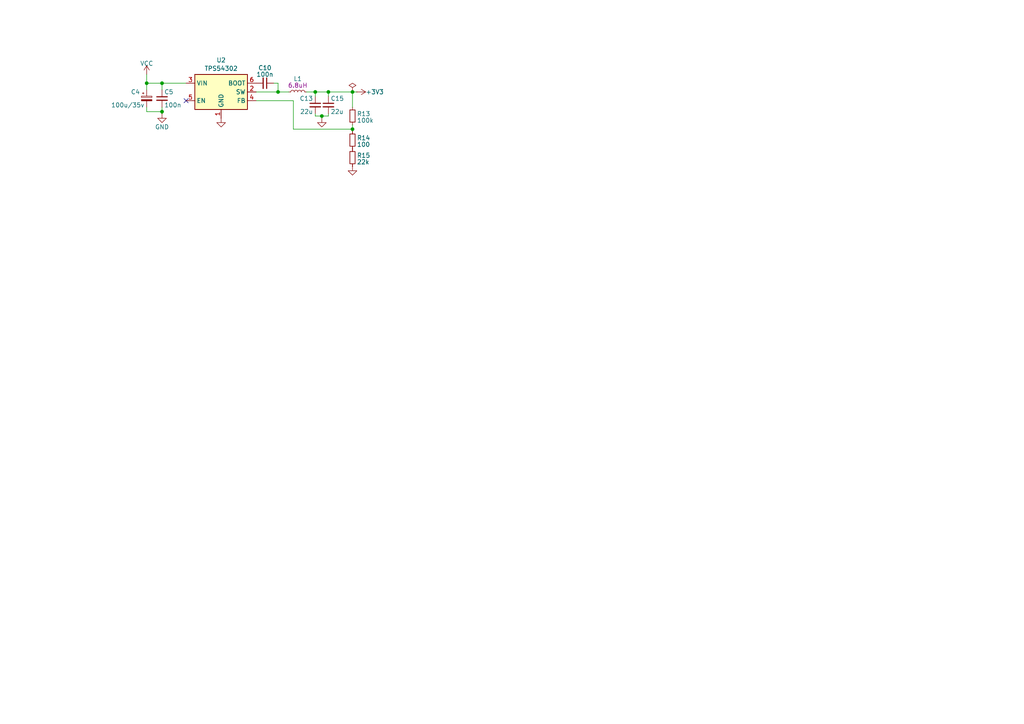
<source format=kicad_sch>
(kicad_sch (version 20250114) (generator "eeschema") (generator_version "9.0")
  (paper "A4")
  (lib_symbols
    (symbol "Device:C_Polarized_Small" (pin_numbers (hide yes)) (pin_names (offset 0.254) (hide yes))
      (property "Reference" "C" (at 0.254 1.778 0))
      (property "Value" "C_Polarized_Small" (at 0.254 -2.032 0))
      (symbol "C_Polarized_Small_0_1"
        (rectangle (start -1.524 0.6858) (end 1.524 0.3048))
        (rectangle (start -1.524 -0.3048) (end 1.524 -0.6858) (fill (type outline)))
        (polyline (pts (xy -1.27 1.524) (xy -0.762 1.524)))
        (polyline (pts (xy -1.016 1.27) (xy -1.016 1.778)))
      )
      (symbol "C_Polarized_Small_1_1"
        (pin passive line (at 0 2.54 270) (length 1.8542) (name "~") (number "1"))
        (pin passive line (at 0 -2.54 90) (length 1.8542) (name "~") (number "2"))
      )
    )
    (symbol "Device:C_Small" (pin_numbers (hide yes)) (pin_names (offset 0.254) (hide yes))
      (property "Reference" "C" (at 0.254 1.778 0))
      (property "Value" "C_Small" (at 0.254 -2.032 0))
      (symbol "C_Small_0_1"
        (polyline (pts (xy -1.524 0.508) (xy 1.524 0.508)) (stroke (width 0.3048)))
        (polyline (pts (xy -1.524 -0.508) (xy 1.524 -0.508)) (stroke (width 0.3302)))
      )
      (symbol "C_Small_1_1"
        (pin passive line (at 0 2.54 270) (length 2.032) (name "~") (number "1"))
        (pin passive line (at 0 -2.54 90) (length 2.032) (name "~") (number "2"))
      )
    )
    (symbol "Device:L_Small" (pin_numbers (hide yes)) (pin_names (offset 0.254) (hide yes))
      (property "Reference" "L" (at 0.762 1.016 0))
      (property "Value" "L_Small" (at 0.762 -1.016 0))
      (symbol "L_Small_0_1"
        (arc (start 0 2.032) (mid 0.5058 1.524) (end 0 1.016))
        (arc (start 0 1.016) (mid 0.5058 0.508) (end 0 0))
        (arc (start 0 0) (mid 0.5058 -0.508) (end 0 -1.016))
        (arc (start 0 -1.016) (mid 0.5058 -1.524) (end 0 -2.032))
      )
      (symbol "L_Small_1_1"
        (pin passive line (at 0 2.54 270) (length 0.508) (name "~") (number "1"))
        (pin passive line (at 0 -2.54 90) (length 0.508) (name "~") (number "2"))
      )
    )
    (symbol "Device:R_Small" (pin_numbers (hide yes)) (pin_names (offset 0.254) (hide yes))
      (property "Reference" "R" (at 0.762 0.508 0))
      (property "Value" "R_Small" (at 0.762 -1.016 0))
      (symbol "R_Small_0_1"
        (rectangle (start -0.762 1.778) (end 0.762 -1.778) (stroke (width 0.2032)))
      )
      (symbol "R_Small_1_1"
        (pin passive line (at 0 2.54 270) (length 0.762) (name "~") (number "1"))
        (pin passive line (at 0 -2.54 90) (length 0.762) (name "~") (number "2"))
      )
    )
    (symbol "Regulator_Switching:TPS54302"
      (property "Reference" "U" (at -7.62 6.35 0))
      (property "Value" "TPS54302" (at 0 6.35 0))
      (symbol "TPS54302_0_1"
        (rectangle (start -7.62 5.08) (end 7.62 -5.08) (stroke (width 0.254)) (fill (type background)))
      )
      (symbol "TPS54302_1_1"
        (pin power_in line (at -10.16 2.54 0) (length 2.54) (name "VIN") (number "3"))
        (pin input line (at -10.16 -2.54 0) (length 2.54) (name "EN") (number "5"))
        (pin power_in line (at 0 -7.62 90) (length 2.54) (name "GND") (number "1"))
        (pin passive line (at 10.16 2.54 180) (length 2.54) (name "BOOT") (number "6"))
        (pin power_out line (at 10.16 0 180) (length 2.54) (name "SW") (number "2"))
        (pin input line (at 10.16 -2.54 180) (length 2.54) (name "FB") (number "4"))
      )
    )
    (symbol "power:+3V3" (power) (pin_numbers (hide yes)) (pin_names (offset 0) (hide yes))
      (property "Value" "+3V3" (at 0 3.556 0))
      (symbol "+3V3_0_1"
        (polyline (pts (xy -0.762 1.27) (xy 0 2.54)))
        (polyline (pts (xy 0 2.54) (xy 0.762 1.27)))
        (polyline (pts (xy 0 0) (xy 0 2.54)))
      )
      (symbol "+3V3_1_1"
        (pin power_in line (at 0 0 90) (length 0) (name "~") (number "1"))
      )
    )
    (symbol "power:GND" (power) (pin_numbers (hide yes)) (pin_names (offset 0) (hide yes))
      (property "Value" "GND" (at 0 -3.81 0))
      (symbol "GND_0_1"
        (polyline (pts (xy 0 0) (xy 0 -1.27) (xy 1.27 -1.27) (xy 0 -2.54) (xy -1.27 -1.27) (xy 0 -1.27)))
      )
      (symbol "GND_1_1"
        (pin power_in line (at 0 0 270) (length 0) (name "~") (number "1"))
      )
    )
    (symbol "power:PWR_FLAG" (power) (pin_numbers (hide yes)) (pin_names (offset 0) (hide yes))
      (property "Value" "PWR_FLAG" (at 0 3.81 0))
      (symbol "PWR_FLAG_0_0"
        (pin power_out line (at 0 0 90) (length 0) (name "pwr") (number "1"))
      )
      (symbol "PWR_FLAG_0_1"
        (polyline (pts (xy 0 0) (xy 0 1.27) (xy -1.016 1.905) (xy 0 2.54) (xy 1.016 1.905) (xy 0 1.27)))
      )
    )
    (symbol "power:VCC" (power) (pin_numbers (hide yes)) (pin_names (offset 0) (hide yes))
      (property "Value" "VCC" (at 0 3.556 0))
      (symbol "VCC_0_1"
        (polyline (pts (xy -0.762 1.27) (xy 0 2.54)))
        (polyline (pts (xy 0 2.54) (xy 0.762 1.27)))
        (polyline (pts (xy 0 0) (xy 0 2.54)))
      )
      (symbol "VCC_1_1"
        (pin power_in line (at 0 0 90) (length 0) (name "~") (number "1"))
      )
    )
  )
  (junction (at 95.25 26.67))
  (junction (at 102.235 37.465))
  (junction (at 102.235 26.67))
  (junction (at 91.44 26.67))
  (junction (at 93.345 33.655))
  (junction (at 80.645 26.67))
  (junction (at 46.99 32.385))
  (junction (at 46.99 24.13))
  (junction (at 42.545 24.13))
  (no_connect (at 53.975 29.21))
  (wire (pts (xy 95.25 26.67) (xy 102.235 26.67)))
  (wire (pts (xy 102.235 37.465) (xy 102.235 38.1)))
  (wire (pts (xy 42.545 31.115) (xy 42.545 32.385)))
  (wire (pts (xy 93.345 33.655) (xy 93.345 34.29)))
  (wire (pts (xy 85.09 37.465) (xy 102.235 37.465)))
  (wire (pts (xy 91.44 26.67) (xy 95.25 26.67)))
  (wire (pts (xy 93.345 33.655) (xy 95.25 33.655)))
  (wire (pts (xy 42.545 24.13) (xy 42.545 21.59)))
  (wire (pts (xy 46.99 24.13) (xy 53.975 24.13)))
  (wire (pts (xy 79.375 24.13) (xy 80.645 24.13)))
  (wire (pts (xy 42.545 24.13) (xy 46.99 24.13)))
  (wire (pts (xy 74.295 29.21) (xy 85.09 29.21)))
  (wire (pts (xy 91.44 33.655) (xy 93.345 33.655)))
  (wire (pts (xy 80.645 26.67) (xy 83.82 26.67)))
  (wire (pts (xy 95.25 26.67) (xy 95.25 27.94)))
  (wire (pts (xy 46.99 32.385) (xy 46.99 33.02)))
  (wire (pts (xy 95.25 33.655) (xy 95.25 33.02)))
  (wire (pts (xy 91.44 26.67) (xy 91.44 27.94)))
  (wire (pts (xy 80.645 24.13) (xy 80.645 26.67)))
  (wire (pts (xy 85.09 29.21) (xy 85.09 37.465)))
  (wire (pts (xy 74.295 26.67) (xy 80.645 26.67)))
  (wire (pts (xy 91.44 33.02) (xy 91.44 33.655)))
  (wire (pts (xy 42.545 24.13) (xy 42.545 26.035)))
  (wire (pts (xy 102.235 26.67) (xy 103.505 26.67)))
  (wire (pts (xy 88.9 26.67) (xy 91.44 26.67)))
  (wire (pts (xy 102.235 36.195) (xy 102.235 37.465)))
  (wire (pts (xy 102.235 26.67) (xy 102.235 31.115)))
  (wire (pts (xy 46.99 24.13) (xy 46.99 26.035)))
  (wire (pts (xy 42.545 32.385) (xy 46.99 32.385)))
  (wire (pts (xy 46.99 31.115) (xy 46.99 32.385)))
  (symbol (lib_id "Device:C_Small") (at 95.25 30.48 0) (unit 1)
    (property "Reference" "C15" (at 95.885 28.575 0) (effects (justify left)))
    (property "Value" "22u" (at 95.885 32.385 0) (effects (justify left)))
    (property "Footprint" "Capacitor_SMD:C_0805_2012Metric" (effects (hide yes)))
    (property "Link" "https://www.chipdip.ru/product0/43780" (effects (hide yes)))
  )
  (symbol (lib_id "Device:C_Small") (at 91.44 30.48 0) (mirror y) (unit 1)
    (property "Reference" "C13" (at 90.805 28.575 0) (effects (justify left)))
    (property "Value" "22u" (at 90.805 32.385 0) (effects (justify left)))
    (property "Footprint" "Capacitor_SMD:C_0805_2012Metric" (effects (hide yes)))
    (property "Link" "https://www.chipdip.ru/product0/43780" (effects (hide yes)))
  )
  (symbol (lib_id "Device:R_Small") (at 102.235 33.655 0) (mirror x) (unit 1)
    (property "Reference" "R13" (at 103.505 33.02 0) (effects (justify left)))
    (property "Value" "100k" (at 103.505 34.925 0) (effects (justify left)))
    (property "Footprint" "Resistor_SMD:R_0805_2012Metric" (effects (hide yes)))
    (property "Link" "https://www.chipdip.ru/product/0.125w-0805-100-kom-1" (effects (hide yes)))
  )
  (symbol (lib_id "power:GND") (at 102.235 48.26 0) (unit 1)
    (property "Reference" "#PWR018" (effects (hide yes)))
    (property "Value" "GND" (effects (hide yes)))
    (property "Description" "Power symbol creates a global label with name \"GND\" , ground" (effects (hide yes)))
  )
  (symbol (lib_id "Device:C_Small") (at 46.99 28.575 0) (unit 1)
    (property "Reference" "C5" (at 47.625 26.67 0) (effects (justify left)))
    (property "Value" "100n" (at 47.625 30.48 0) (effects (justify left)))
    (property "Footprint" "Capacitor_SMD:C_0805_2012Metric" (effects (hide yes)))
    (property "Link" "https://www.chipdip.ru/product0/43780" (effects (hide yes)))
  )
  (symbol (lib_id "power:PWR_FLAG") (at 102.235 26.67 0) (unit 1)
    (property "Reference" "#FLG05" (effects (hide yes)))
    (property "Value" "PWR_FLAG" (effects (hide yes)))
  )
  (symbol (lib_id "power:VCC") (at 42.545 21.59 0) (unit 1)
    (property "Reference" "#PWR014" (effects (hide yes)))
    (property "Value" "VCC" (at 42.545 18.415 0))
    (property "Description" "Power symbol creates a global label with name \"VCC\"" (effects (hide yes)))
  )
  (symbol (lib_id "Device:R_Small") (at 102.235 45.72 0) (mirror x) (unit 1)
    (property "Reference" "R15" (at 103.505 45.085 0) (effects (justify left)))
    (property "Value" "22k" (at 103.505 46.99 0) (effects (justify left)))
    (property "Footprint" "Resistor_SMD:R_0805_2012Metric" (effects (hide yes)))
    (property "Link" "https://www.chipdip.ru/product/0.125w-0805-10-kom-1" (effects (hide yes)))
  )
  (symbol (lib_id "Regulator_Switching:TPS54302") (at 64.135 26.67 0) (unit 1)
    (property "Reference" "U2" (at 64.135 17.4457 0))
    (property "Value" "TPS54302" (at 64.135 19.8699 0))
    (property "Footprint" "Package_TO_SOT_SMD:SOT-23-6" (effects (hide yes)))
    (property "Datasheet" "http://www.ti.com/lit/ds/symlink/tps54302.pdf" (effects (hide yes)))
    (property "Link" "https://www.chipdip.ru/product0/8003680871" (effects (hide yes)))
  )
  (symbol (lib_id "power:+3V3") (at 103.505 26.67 270) (unit 1)
    (property "Reference" "#PWR015" (effects (hide yes)))
    (property "Value" "+3V3" (at 106.045 26.67 90) (effects (justify left)))
    (property "Description" "Power symbol creates a global label with name \"+3V3\"" (effects (hide yes)))
  )
  (symbol (lib_id "Device:L_Small") (at 86.36 26.67 90) (unit 1)
    (property "Reference" "L1" (at 86.36 22.86 90))
    (property "Value" "MHCI06030-100" (effects (hide yes)))
    (property "Footprint" "my_additions:L_06030" (effects (hide yes)))
    (property "Label" "6.8uH" (at 86.36 24.765 90))
    (property "Link" "https://aliexpress.ru/item/4001190980359.html" (effects (hide yes)))
  )
  (symbol (lib_id "power:GND") (at 64.135 34.29 0) (unit 1)
    (property "Reference" "#PWR019" (effects (hide yes)))
    (property "Value" "GND" (effects (hide yes)))
    (property "Description" "Power symbol creates a global label with name \"GND\" , ground" (effects (hide yes)))
  )
  (symbol (lib_id "Device:C_Polarized_Small") (at 42.545 28.575 0) (unit 1)
    (property "Reference" "C4" (at 40.64 26.67 0) (effects (justify right)))
    (property "Value" "100u/35v" (at 41.91 30.48 0) (effects (justify right)))
    (property "Footprint" "Capacitor_SMD:CP_Elec_6.3x7.7" (effects (hide yes)))
    (property "Link" "https://www.chipdip.ru/product0/9000565737" (effects (hide yes)))
  )
  (symbol (lib_id "Device:R_Small") (at 102.235 40.64 0) (mirror x) (unit 1)
    (property "Reference" "R14" (at 103.505 40.005 0) (effects (justify left)))
    (property "Value" "100" (at 103.505 41.91 0) (effects (justify left)))
    (property "Footprint" "Resistor_SMD:R_0805_2012Metric" (effects (hide yes)))
    (property "Link" "https://www.chipdip.ru/product/0.125w-0805-3.3-kom-1" (effects (hide yes)))
  )
  (symbol (lib_id "power:GND") (at 93.345 34.29 0) (unit 1)
    (property "Reference" "#PWR020" (effects (hide yes)))
    (property "Value" "GND" (effects (hide yes)))
    (property "Description" "Power symbol creates a global label with name \"GND\" , ground" (effects (hide yes)))
  )
  (symbol (lib_id "power:GND") (at 46.99 33.02 0) (unit 1)
    (property "Reference" "#PWR017" (effects (hide yes)))
    (property "Value" "GND" (at 46.99 36.83 0))
  )
  (symbol (lib_id "Device:C_Small") (at 76.835 24.13 270) (unit 1)
    (property "Reference" "C10" (at 76.835 19.685 90))
    (property "Value" "100n" (at 76.835 21.59 90))
    (property "Footprint" "Capacitor_SMD:C_0805_2012Metric" (effects (hide yes)))
    (property "Link" "https://www.chipdip.ru/product0/43780" (effects (hide yes)))
  )
)
</source>
